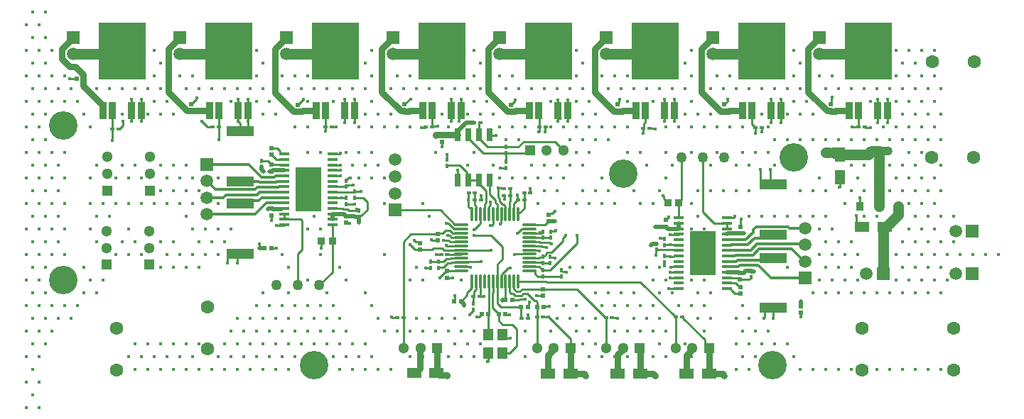
<source format=gtl>
G04*
G04 #@! TF.GenerationSoftware,Altium Limited,Altium Designer,23.4.1 (23)*
G04*
G04 Layer_Physical_Order=1*
G04 Layer_Color=255*
%FSLAX44Y44*%
%MOMM*%
G71*
G04*
G04 #@! TF.SameCoordinates,69872263-788E-4E38-85BF-5BAD4D7AD8B8*
G04*
G04*
G04 #@! TF.FilePolarity,Positive*
G04*
G01*
G75*
%ADD12C,0.2540*%
G04:AMPARAMS|DCode=17|XSize=3.1mm|YSize=5.18mm|CornerRadius=0.0465mm|HoleSize=0mm|Usage=FLASHONLY|Rotation=180.000|XOffset=0mm|YOffset=0mm|HoleType=Round|Shape=RoundedRectangle|*
%AMROUNDEDRECTD17*
21,1,3.1000,5.0870,0,0,180.0*
21,1,3.0070,5.1800,0,0,180.0*
1,1,0.0930,-1.5035,2.5435*
1,1,0.0930,1.5035,2.5435*
1,1,0.0930,1.5035,-2.5435*
1,1,0.0930,-1.5035,-2.5435*
%
%ADD17ROUNDEDRECTD17*%
G04:AMPARAMS|DCode=18|XSize=0.35mm|YSize=1.25mm|CornerRadius=0.0508mm|HoleSize=0mm|Usage=FLASHONLY|Rotation=270.000|XOffset=0mm|YOffset=0mm|HoleType=Round|Shape=RoundedRectangle|*
%AMROUNDEDRECTD18*
21,1,0.3500,1.1485,0,0,270.0*
21,1,0.2485,1.2500,0,0,270.0*
1,1,0.1015,-0.5743,-0.1243*
1,1,0.1015,-0.5743,0.1243*
1,1,0.1015,0.5743,0.1243*
1,1,0.1015,0.5743,-0.1243*
%
%ADD18ROUNDEDRECTD18*%
%ADD19O,0.3000X1.8000*%
%ADD20O,1.8000X0.3000*%
%ADD21R,0.5200X0.5200*%
%ADD22R,5.6500X6.8000*%
%ADD23R,0.8500X2.0500*%
%ADD24R,0.4500X0.5000*%
%ADD25R,0.5000X0.4500*%
%ADD26R,0.5200X0.5200*%
%ADD27R,0.8500X0.9000*%
%ADD28R,1.2000X1.4000*%
%ADD29R,0.8721X1.0043*%
G04:AMPARAMS|DCode=30|XSize=1.0043mm|YSize=0.8721mm|CornerRadius=0.4361mm|HoleSize=0mm|Usage=FLASHONLY|Rotation=90.000|XOffset=0mm|YOffset=0mm|HoleType=Round|Shape=RoundedRectangle|*
%AMROUNDEDRECTD30*
21,1,1.0043,0.0000,0,0,90.0*
21,1,0.1322,0.8721,0,0,90.0*
1,1,0.8721,0.0000,0.0661*
1,1,0.8721,0.0000,-0.0661*
1,1,0.8721,0.0000,-0.0661*
1,1,0.8721,0.0000,0.0661*
%
%ADD30ROUNDEDRECTD30*%
G04:AMPARAMS|DCode=31|XSize=1.0043mm|YSize=3.1821mm|CornerRadius=0.4369mm|HoleSize=0mm|Usage=FLASHONLY|Rotation=90.000|XOffset=0mm|YOffset=0mm|HoleType=Round|Shape=RoundedRectangle|*
%AMROUNDEDRECTD31*
21,1,1.0043,2.3084,0,0,90.0*
21,1,0.1306,3.1821,0,0,90.0*
1,1,0.8737,1.1542,0.0653*
1,1,0.8737,1.1542,-0.0653*
1,1,0.8737,-1.1542,-0.0653*
1,1,0.8737,-1.1542,0.0653*
%
%ADD31ROUNDEDRECTD31*%
%ADD32R,1.3000X1.7000*%
%ADD33R,1.7000X1.3000*%
%ADD34R,3.3000X1.2500*%
%ADD35R,0.6500X1.5250*%
%ADD57C,3.4000*%
%ADD59C,0.5080*%
%ADD60C,1.2700*%
%ADD61C,0.7620*%
%ADD62C,0.3556*%
%ADD63C,1.6000*%
%ADD64C,1.2690*%
%ADD65C,1.3000*%
%ADD66R,1.3000X1.3000*%
%ADD67R,1.3000X1.3000*%
%ADD68C,1.5000*%
%ADD69R,1.5000X1.5000*%
%ADD70R,1.5000X1.5000*%
%ADD71C,0.4000*%
%ADD72C,0.5000*%
D12*
X644870Y168890D02*
X645180D01*
X649404Y168238D02*
X649683Y167959D01*
X643890Y169870D02*
Y170120D01*
X645832Y168238D02*
X649404D01*
X643890Y169870D02*
X644870Y168890D01*
X645180D02*
X645832Y168238D01*
X995270Y227480D02*
Y235521D01*
X995125Y235665D02*
X995270Y235521D01*
X655000Y77050D02*
Y87950D01*
X628650Y114300D02*
X655000Y87950D01*
X628650Y236600D02*
X629980Y237930D01*
X633411D01*
X635964Y240482D01*
X636359D01*
X631392Y216272D02*
X632067Y216948D01*
X637267D01*
X637547Y217227D01*
X771780Y233680D02*
X772160D01*
X768350Y230250D02*
X771780Y233680D01*
X965200Y368300D02*
X966191Y369291D01*
Y376911D01*
X966470Y377190D01*
X391421Y226339D02*
X391700Y226060D01*
X387961Y226339D02*
X391421D01*
X387350Y226950D02*
X387961Y226339D01*
X445770Y241940D02*
X499953D01*
X391176Y241566D02*
X400268D01*
X469558Y194652D02*
X476003D01*
X463550Y200660D02*
X469558Y194652D01*
X468630Y205821D02*
X469025D01*
X470864Y203982D01*
X401859Y242796D02*
X402109D01*
X403089Y241566D02*
Y241816D01*
X402109Y242796D02*
X403089Y241816D01*
X400547Y243092D02*
X401562D01*
X400268Y243371D02*
X400547Y243092D01*
X401562D02*
X401859Y242796D01*
X289560Y287620D02*
X289814Y287874D01*
X284550Y196921D02*
Y201258D01*
X284621Y201329D01*
X598953Y323850D02*
X636217D01*
X646779Y313288D01*
X577850Y317500D02*
X592603D01*
X598953Y323850D01*
X546100Y327545D02*
Y331920D01*
Y327545D02*
X556145Y317500D01*
X577850D01*
X788050Y114282D02*
X788300D01*
X789280Y113302D01*
Y113052D02*
Y113302D01*
Y113052D02*
X814870Y87462D01*
Y82280D02*
Y87462D01*
Y82280D02*
X820100Y77050D01*
X560260Y211900D02*
X574040Y198120D01*
X539750Y211900D02*
X560260D01*
X499953Y241940D02*
X517543Y224350D01*
X524650D01*
X547562Y237262D02*
X547650Y237350D01*
X547562Y226252D02*
Y237262D01*
X539750Y218440D02*
X547562Y226252D01*
X515989Y219438D02*
X524562D01*
X524650Y219350D01*
X509647Y225781D02*
X515989Y219438D01*
X507009Y225781D02*
X509647D01*
X506730Y226060D02*
X507009Y225781D01*
X567650Y156350D02*
Y177217D01*
X574040Y183607D01*
Y198120D01*
X516835Y133485D02*
Y139645D01*
X516970Y139780D01*
X516700Y133350D02*
X516835Y133485D01*
X605590Y189290D02*
X605650Y189350D01*
X588070Y189290D02*
X605590D01*
X588010Y189230D02*
X588070Y189290D01*
X572562Y237262D02*
X572650Y237350D01*
X572562Y226569D02*
Y237262D01*
X571339Y225346D02*
X572562Y226569D01*
X571339Y224951D02*
Y225346D01*
X560767Y223799D02*
X562650Y225682D01*
X559719Y223520D02*
X559999Y223799D01*
X560767D01*
X562650Y225682D02*
Y237350D01*
X524670Y194330D02*
X560590D01*
X560610Y194310D01*
X548482Y254215D02*
X548740Y253957D01*
X554034Y250550D02*
Y265371D01*
X548482Y254215D02*
Y258808D01*
X548224Y259066D02*
X548482Y258808D01*
X552650Y249166D02*
X554034Y250550D01*
X559565Y248415D02*
Y251181D01*
X557738Y246588D02*
X559565Y248415D01*
X557738Y237438D02*
Y246588D01*
X559565Y251181D02*
X559844Y251460D01*
X557650Y237350D02*
X557738Y237438D01*
X568806Y257180D02*
Y268344D01*
X546100Y273305D02*
X554034Y265371D01*
X565654Y250681D02*
Y253867D01*
X568806Y257180D02*
X570226Y255760D01*
Y252575D02*
X573657Y249144D01*
X565654Y250681D02*
X567562Y248773D01*
X559022Y260499D02*
X565654Y253867D01*
X570226Y252575D02*
Y255760D01*
X559022Y260499D02*
Y264785D01*
X547186Y138557D02*
X551752D01*
X508000Y161100D02*
X514160D01*
X514350Y161290D01*
X497900Y214553D02*
X502980D01*
X508382Y211634D02*
X508661Y211355D01*
X496570Y213219D02*
Y213223D01*
X511278Y217444D02*
X514284Y214438D01*
X496570Y213223D02*
X497900Y214553D01*
X505871Y217444D02*
X511278D01*
X502980Y214553D02*
X505871Y217444D01*
X508661Y211355D02*
X510901D01*
X514284Y214438D02*
X524562D01*
X371650Y289450D02*
X380890D01*
X381000Y289560D01*
X58443Y398757D02*
X66488D01*
X58420Y398780D02*
X58443Y398757D01*
X202774Y368558D02*
X209550Y375334D01*
Y375920D01*
X329768Y367697D02*
X336550Y374479D01*
Y374650D01*
X457200Y368300D02*
X463550Y374650D01*
X464820D01*
X584430Y367809D02*
X589280Y372659D01*
Y373380D01*
X711200Y368300D02*
X712530Y369630D01*
Y373440D01*
X713740Y374650D01*
X838200Y368300D02*
X842010Y372110D01*
Y374650D01*
X812800Y240030D02*
X826580Y226250D01*
X841550D01*
X812800Y240030D02*
Y304800D01*
X771065Y250524D02*
Y250774D01*
X765864Y255974D02*
X771065Y250774D01*
X765864Y255974D02*
Y259026D01*
X765585Y259305D02*
X765864Y259026D01*
X784050Y250509D02*
X784065Y250524D01*
X784050Y232750D02*
Y250509D01*
X787400Y254109D02*
Y304800D01*
X784065Y250774D02*
X787400Y254109D01*
X784065Y250524D02*
Y250774D01*
X841550Y219750D02*
Y226250D01*
X857250Y222250D02*
Y229870D01*
X858520Y231140D01*
X841550Y232750D02*
X842030Y233230D01*
X849180D01*
X850900Y234950D01*
X772500Y148250D02*
X784050D01*
X772160Y148590D02*
X772500Y148250D01*
X773470Y161250D02*
X784050D01*
X773430Y161290D02*
X773470Y161250D01*
X773540Y167750D02*
X784050D01*
X773430Y167640D02*
X773540Y167750D01*
X622457Y114282D02*
X628632D01*
X628650Y114300D01*
X704624Y113483D02*
X710747D01*
X711200Y113030D01*
X532985Y180061D02*
X548361D01*
X548640Y180340D01*
X532275Y179350D02*
X532985Y180061D01*
X524650Y174350D02*
X524738Y174262D01*
X535737D01*
X524650Y179350D02*
X532275D01*
X535737Y174262D02*
X535971Y174028D01*
X508539Y178791D02*
X513315D01*
X512321Y184262D02*
X524562D01*
X513315Y178791D02*
X513787Y179262D01*
X498820Y174010D02*
X503759D01*
X508539Y178791D01*
X497840Y180280D02*
X503563D01*
X511836Y183778D02*
X512321Y184262D01*
X503563Y180280D02*
X507061Y183778D01*
X511836D01*
X605562Y219262D02*
X605650Y219350D01*
X596452Y219262D02*
X605562D01*
X591820Y214630D02*
X596452Y219262D01*
X575370Y258863D02*
Y259080D01*
X573657Y249144D02*
X574429D01*
X576133Y254884D02*
Y258100D01*
Y254884D02*
X576413Y254605D01*
X575370Y258863D02*
X576133Y258100D01*
X574429Y249144D02*
X577562Y246011D01*
Y237438D02*
Y246011D01*
X567562Y237438D02*
Y248773D01*
X582570Y252090D02*
X582870Y252390D01*
Y259080D01*
X587650Y237350D02*
Y249488D01*
X592053Y253891D01*
X582870Y259080D02*
Y267970D01*
X582570Y237350D02*
Y252090D01*
X294269Y300930D02*
X299071Y296128D01*
X287020Y300930D02*
X294269D01*
X314061Y296039D02*
X314150Y295950D01*
X299160Y296039D02*
X314061D01*
X299071Y296128D02*
X299160Y296039D01*
X387350Y249000D02*
X396814D01*
X397115Y249301D02*
X397510D01*
X396814Y249000D02*
X397115Y249301D01*
X371650Y243950D02*
X383699D01*
X384357Y243292D01*
X389450D01*
X391176Y241566D01*
X403089Y234066D02*
Y234316D01*
X404069Y235296D01*
X405520D01*
X412750Y242526D01*
Y251460D01*
X397397Y256341D02*
X407869D01*
X412750Y251460D01*
X387350Y277300D02*
Y277550D01*
X390470Y280670D01*
X392430D01*
X371650Y282950D02*
X380740D01*
X381000Y283210D01*
X371650Y295950D02*
X380960D01*
X381000Y295910D01*
X371650Y308950D02*
X372130Y309430D01*
X380550D01*
X381000Y309880D01*
X501650Y317500D02*
Y323850D01*
X508000Y302200D02*
Y308610D01*
X531420Y279660D02*
X533400Y277680D01*
X523107Y295370D02*
X531420Y287057D01*
X515691Y295370D02*
X523107D01*
X515577Y295256D02*
X515691Y295370D01*
X531420Y279660D02*
Y287057D01*
X507181Y295256D02*
X515577D01*
X520700Y277680D02*
Y289560D01*
X546100Y273305D02*
Y277680D01*
X558800Y265007D02*
X559022Y264785D01*
X552650Y237350D02*
Y249166D01*
X558800Y265007D02*
Y277680D01*
X533400D02*
X546100D01*
X567562Y237438D02*
X567650Y237350D01*
X558800Y331920D02*
X559250Y331470D01*
X566420D01*
X571500Y292100D02*
X577850D01*
X550945Y310000D02*
X577850D01*
X533400Y327545D02*
X550945Y310000D01*
X533400Y327545D02*
Y331920D01*
X577850Y310000D02*
X603491D01*
X606779Y313288D01*
X577850Y299600D02*
Y310000D01*
X546100Y331920D02*
Y345630D01*
X547180Y346710D01*
X547430D01*
X856803Y159002D02*
X867788D01*
X870129Y161342D01*
Y161592D01*
X841550Y161250D02*
X854554D01*
X856803Y159002D01*
X850624Y142050D02*
X857250D01*
X846530Y146144D02*
X850624Y142050D01*
X841550Y148250D02*
X846050D01*
X846530Y147770D01*
Y146144D02*
Y147770D01*
X841550Y154750D02*
X851610D01*
X854980Y151380D01*
X855920D01*
X857250Y150050D01*
X929640Y114300D02*
Y119190D01*
X896620Y113030D02*
Y124940D01*
X886460Y114300D02*
Y119960D01*
X885190Y113030D02*
X886460Y114300D01*
X891440Y124940D02*
X896620D01*
X886460Y119960D02*
X891440Y124940D01*
X892810Y276380D02*
X896620Y272570D01*
X892810Y276380D02*
Y290830D01*
X886370Y272570D02*
X896620D01*
X881390Y277550D02*
X886370Y272570D01*
X881390Y277550D02*
Y290820D01*
X881380Y290830D02*
X881390Y290820D01*
X975769Y269649D02*
Y281131D01*
X975360Y269240D02*
X975769Y269649D01*
X1000500Y222250D02*
X1002500D01*
X995270Y227480D02*
X1000500Y222250D01*
X999450Y246450D02*
Y256500D01*
X999490Y256540D01*
X304693Y302450D02*
X314150D01*
X299073Y308070D02*
X304693Y302450D01*
X299073Y316070D02*
X305483D01*
X309170Y312383D01*
Y309430D02*
Y312383D01*
Y309430D02*
X309650Y308950D01*
X314150D01*
Y230950D02*
X333792D01*
X330200Y152400D02*
Y189764D01*
X335280Y194844D01*
Y229462D01*
X333792Y230950D02*
X335280Y229462D01*
X314150Y230950D02*
Y237450D01*
X298450Y196850D02*
X304800D01*
X298347Y229973D02*
Y235631D01*
Y229973D02*
X298450Y229870D01*
X313670Y223970D02*
X314150Y224450D01*
X305250Y223970D02*
X313670D01*
X304800Y223520D02*
X305250Y223970D01*
X355600Y152400D02*
X371122Y167922D01*
Y204999D01*
Y223970D01*
X371602Y224450D01*
X371650D01*
X358122Y204999D02*
X358140Y204980D01*
Y196850D02*
Y204980D01*
X474673Y203982D02*
X476003Y202652D01*
X470864Y203982D02*
X474673D01*
X495300Y189230D02*
X495504Y189026D01*
X500475D02*
X500679Y188822D01*
X495504Y189026D02*
X500475D01*
X600788Y135412D02*
X600874Y135497D01*
X594605Y135412D02*
X600788D01*
X593813Y134620D02*
X594605Y135412D01*
X586990Y134620D02*
X593813D01*
X586722Y142240D02*
X588978Y139984D01*
X603847Y142240D02*
X612197Y133890D01*
X590871Y144556D02*
X594429D01*
X587738Y147689D02*
X590871Y144556D01*
X584200Y142240D02*
X586722D01*
X597573Y147700D02*
X622300D01*
X596322Y139984D02*
X598578Y142240D01*
X588978Y139984D02*
X596322D01*
X594429Y144556D02*
X597573Y147700D01*
X598578Y142240D02*
X603847D01*
X567650Y130850D02*
X572397Y126103D01*
X567650Y130850D02*
Y156350D01*
X572397Y126103D02*
X596014D01*
X569487Y109964D02*
Y117975D01*
X562356Y125106D02*
X569487Y117975D01*
X562356Y125106D02*
Y143222D01*
X582650Y156350D02*
X582738Y156262D01*
Y143702D02*
Y156262D01*
Y143702D02*
X584200Y142240D01*
X587738Y147689D02*
Y156262D01*
X596014Y126103D02*
X596254Y125863D01*
X612197Y133890D02*
X613552D01*
X615040Y132402D01*
Y126369D02*
Y132402D01*
X614680Y139700D02*
X622300D01*
X614957Y114282D02*
X614998Y114324D01*
Y126328D01*
X615040Y126369D01*
X614978Y77071D02*
X615000Y77050D01*
X614978Y77071D02*
Y114261D01*
X614957Y114282D02*
X614978Y114261D01*
X603994Y112510D02*
X604257Y112773D01*
Y116577D01*
X604520Y116840D01*
X577486Y117975D02*
X578508Y116954D01*
X581880D01*
X582160Y116674D01*
X596254Y112750D02*
X596494Y112510D01*
X596254Y112750D02*
Y125863D01*
X468536Y47461D02*
X470536D01*
X475766Y52691D01*
Y76566D02*
X476250Y77050D01*
X547003Y138741D02*
X547186Y138557D01*
X573650Y71550D02*
X582090D01*
X590550Y80010D01*
Y100330D01*
X574040Y105410D02*
X585470D01*
X590550Y100330D01*
X569487Y109964D02*
X574040Y105410D01*
X562650Y143516D02*
Y156350D01*
X562356Y143222D02*
X562650Y143516D01*
X557040Y93940D02*
Y117768D01*
X556650Y93550D02*
X557040Y93940D01*
X557562Y156262D02*
X557650Y156350D01*
X557562Y118290D02*
Y156262D01*
X557040Y117768D02*
X557562Y118290D01*
X556650Y61350D02*
Y71550D01*
X556260Y60960D02*
X556650Y61350D01*
X573650Y93550D02*
X578300Y88900D01*
X582930D01*
X542562Y156262D02*
X542650Y156350D01*
X540066Y144801D02*
X542562Y147296D01*
Y156262D01*
X539386Y138624D02*
X540066Y139305D01*
X547003Y138741D02*
X547650Y139388D01*
Y156350D01*
X540066Y139305D02*
Y144801D01*
X539270Y130086D02*
X539386Y130202D01*
Y138624D01*
X539270Y122336D02*
Y122586D01*
X534670Y117736D02*
X539270Y122336D01*
X534670Y116840D02*
Y117736D01*
X545572Y114300D02*
X549040Y117768D01*
X543560Y114300D02*
X545572D01*
X572650Y156350D02*
X572738Y156438D01*
Y165011D01*
X580447Y172720D01*
X582930D01*
X623040Y126369D02*
X623670Y127000D01*
X629920D01*
X604014Y126103D02*
X605344Y127433D01*
Y131239D01*
X605790Y131685D01*
Y132080D01*
X697124Y113483D02*
X697337Y113270D01*
Y77263D02*
Y113270D01*
Y77263D02*
X697550Y77050D01*
X622300Y147700D02*
X662657D01*
X696874Y113483D01*
X697124D01*
X587650Y156350D02*
X587738Y156262D01*
X780325Y114057D02*
X780550Y114282D01*
X780325Y77275D02*
Y114057D01*
X780100Y77050D02*
X780325Y77275D01*
X738372Y156210D02*
X780300Y114282D01*
X626110Y156210D02*
X738372D01*
X592650Y156350D02*
X625970D01*
X626110Y156210D01*
X617094Y198895D02*
X620620D01*
X605650Y199350D02*
X616639D01*
X617094Y198895D01*
X620620D02*
X621562Y197953D01*
X618988Y203467D02*
X625803D01*
X618105Y204350D02*
X618988Y203467D01*
X616641Y194262D02*
X617818Y193085D01*
X618213D01*
X621562Y197953D02*
X625960D01*
X605738Y194262D02*
X616641D01*
X767080Y175260D02*
Y179692D01*
X767288Y179900D01*
X783920Y174120D02*
X784050Y174250D01*
X774830Y174120D02*
X783920D01*
X774700Y173990D02*
X774830Y174120D01*
X767288Y187400D02*
X767719Y186969D01*
X773151D01*
X773430Y186690D01*
X783570Y186770D02*
X784050Y187250D01*
X778110Y186770D02*
X783570D01*
X778030Y186690D02*
X778110Y186770D01*
X773430Y186690D02*
X778030D01*
X630847Y186115D02*
Y186365D01*
Y186115D02*
X631827Y185135D01*
X635338D01*
X636120Y184353D01*
X636515D01*
X625960Y197953D02*
X626239Y197673D01*
X625819Y203483D02*
X627980D01*
X625803Y203467D02*
X625819Y203483D01*
X605650Y194350D02*
X605738Y194262D01*
X605650Y204350D02*
X618105D01*
X622890Y187512D02*
X624315D01*
X625803Y189000D01*
Y190022D02*
X627440Y191659D01*
X625803Y189000D02*
Y190022D01*
X627440Y191659D02*
X632349D01*
X621910Y186532D02*
X622890Y187512D01*
X757226Y194458D02*
X778842D01*
X779550Y193750D01*
X784050D01*
X757073Y194305D02*
X757226Y194458D01*
X757073Y188113D02*
Y194305D01*
X756920Y187960D02*
X757073Y188113D01*
X630075Y203478D02*
X631821Y201732D01*
X632216D01*
X627985Y203478D02*
X630075D01*
X627980Y203483D02*
X627985Y203478D01*
X662940Y202257D02*
Y211933D01*
X663084Y212077D01*
X524650Y194350D02*
X524670Y194330D01*
X524562Y194262D02*
X524650Y194350D01*
X632349Y191659D02*
X645881Y205191D01*
X648970Y211719D02*
Y212114D01*
X645881Y205191D02*
Y208630D01*
X648970Y211719D01*
X783749Y212949D02*
X784050Y213250D01*
X773672Y212949D02*
X783749D01*
X773392Y212670D02*
X773672Y212949D01*
X762000Y208280D02*
X766779D01*
X767288Y207771D01*
X783845Y200455D02*
X784050Y200250D01*
X773635Y200455D02*
X783845D01*
X773430Y200660D02*
X773635Y200455D01*
X767288Y200271D02*
X767483Y200465D01*
X773235D01*
X773430Y200660D01*
X630951Y170268D02*
X662940Y202257D01*
X621910Y170268D02*
X630951D01*
X621952Y162726D02*
X643890D01*
X617641Y174350D02*
X620492Y171498D01*
X605650Y174350D02*
X617641D01*
X387350Y269800D02*
Y270050D01*
X388330Y271030D01*
X388580D01*
X389330Y271780D01*
X396240D01*
X371650Y269950D02*
X371725Y269875D01*
X387275D01*
X387350Y269800D01*
X397397Y263841D02*
X397557Y264001D01*
X404971D01*
X405130Y264160D01*
X371650Y263450D02*
X371846Y263646D01*
X397202D01*
X397397Y263841D01*
X382270Y256725D02*
X387125D01*
X371875D02*
X382270D01*
X371650Y256950D02*
X371875Y256725D01*
X387125D02*
X387350Y256500D01*
X513787Y179262D02*
X524562D01*
X524650Y179350D01*
X510901Y211355D02*
X512906Y209350D01*
X524562Y214438D02*
X524650Y214350D01*
X512906Y209350D02*
X524650D01*
X465038Y213219D02*
X496570D01*
X503710Y205824D02*
X509966D01*
X511440Y204350D01*
X524650D01*
X507762Y199350D02*
X524650D01*
X507101Y200011D02*
X507762Y199350D01*
X506706Y200011D02*
X507101D01*
X489965Y194652D02*
X492163Y196850D01*
X501650D02*
X504299Y194201D01*
X492163Y196850D02*
X501650D01*
X504299Y194201D02*
X514897D01*
X476003Y194652D02*
X489965D01*
X514958Y194262D02*
X524562D01*
X514897Y194201D02*
X514958Y194262D01*
X489248Y206039D02*
X496081D01*
X488968Y206318D02*
X489248Y206039D01*
X496081D02*
X496570Y205550D01*
X442504Y113756D02*
X448672D01*
X441960Y114300D02*
X442504Y113756D01*
X456172D02*
X456211Y113717D01*
Y77089D02*
Y113717D01*
Y77089D02*
X456250Y77050D01*
X456172Y113756D02*
Y204354D01*
X465038Y213219D01*
X488408Y172720D02*
X488472Y172784D01*
X482600Y172720D02*
X488408D01*
X508179Y188822D02*
X508619Y189262D01*
X524562D01*
X524650Y189350D01*
X524562Y184262D02*
X524650Y184350D01*
X488472Y180284D02*
X488474Y180282D01*
X497838D01*
X497840Y180280D01*
X251370Y189710D02*
X261620D01*
X246390Y184730D02*
X251370Y189710D01*
X246390Y179080D02*
Y184730D01*
X246380Y179070D02*
X246390Y179080D01*
X257810Y179070D02*
Y185900D01*
X261620Y189710D01*
X121920Y343123D02*
Y347980D01*
X116974Y338426D02*
X117224D01*
X121920Y343123D01*
X143450Y348040D02*
Y360800D01*
Y348040D02*
X143510Y347980D01*
X132050Y348010D02*
Y360800D01*
Y348010D02*
X132080Y347980D01*
X143450Y360800D02*
Y374590D01*
X143510Y374650D01*
X132050Y360800D02*
Y374620D01*
X132080Y374650D01*
X215900Y347980D02*
X222312Y341568D01*
X215900Y347980D02*
Y348170D01*
X222312Y341568D02*
X228783D01*
X261620Y336070D02*
X265530D01*
X270510Y341050D01*
Y347980D01*
X261620Y336070D02*
Y345440D01*
X259080Y347980D02*
X261620Y345440D01*
X270450Y348040D02*
Y360800D01*
Y348040D02*
X270510Y347980D01*
X259050Y360800D02*
X259080Y360770D01*
Y347980D02*
Y360770D01*
X270450Y360800D02*
X270510Y360860D01*
Y374650D01*
X259050Y360800D02*
X259080Y360830D01*
Y374650D01*
X370312Y341176D02*
X370766Y341630D01*
X375920D01*
X386080Y346710D02*
Y360770D01*
X386050Y360800D02*
X386080Y360770D01*
X386050Y360800D02*
X386080Y360830D01*
Y374650D01*
X397450Y360800D02*
X397510Y360740D01*
Y346710D02*
Y360740D01*
X397450Y360800D02*
Y374590D01*
X397510Y374650D01*
X521970Y347980D02*
Y358320D01*
X524510Y360860D01*
X481807Y340360D02*
X482595Y341148D01*
X477520Y340360D02*
X481807D01*
X513050Y348010D02*
Y360800D01*
Y348010D02*
X513080Y347980D01*
X513050Y360800D02*
X513080Y360830D01*
Y374650D01*
X524510Y360860D02*
Y374650D01*
X748940Y339564D02*
X749177Y339327D01*
X755413D01*
X755650Y339090D01*
X767050Y348010D02*
Y360800D01*
Y348010D02*
X767080Y347980D01*
X767050Y360800D02*
X767080Y360830D01*
Y374650D01*
X778450Y360800D02*
X778510Y360740D01*
Y347980D02*
Y360740D01*
X778450Y360800D02*
Y374590D01*
X778510Y374650D01*
X882764Y335393D02*
Y340805D01*
X882650Y335280D02*
X882764Y335393D01*
X894050Y360800D02*
X894080Y360770D01*
Y346710D02*
Y360770D01*
X894050Y360800D02*
X894080Y360830D01*
Y374650D01*
X905450Y360800D02*
X905510Y360740D01*
Y346710D02*
Y360740D01*
X905450Y360800D02*
Y374590D01*
X905510Y374650D01*
X1005895Y341181D02*
X1006436Y340639D01*
X1011911D01*
X1012190Y340360D01*
X1021050Y346740D02*
Y360800D01*
Y346740D02*
X1021080Y346710D01*
X1021050Y360800D02*
Y374620D01*
X1021080Y374650D01*
X1032450Y360800D02*
X1032510Y360740D01*
Y346710D02*
Y360740D01*
X1032450Y360800D02*
Y374590D01*
X1032510Y374650D01*
X621910Y162768D02*
X621952Y162726D01*
X605650Y169350D02*
X613026D01*
X613238Y169137D01*
Y165381D02*
Y169137D01*
Y165381D02*
X615850Y162768D01*
X621910D01*
X741440Y334250D02*
Y339564D01*
Y334250D02*
X741680Y334010D01*
X991049Y341181D02*
X998395D01*
X990600Y341630D02*
X991049Y341181D01*
X998250Y360800D02*
X998395Y360655D01*
Y341181D02*
Y360655D01*
X621910Y178782D02*
X621952Y178823D01*
X630805D01*
X630847Y178865D01*
X605650Y179350D02*
X605738Y179262D01*
X621430D01*
X621910Y178782D01*
X620930Y185182D02*
X621910Y186162D01*
X605650Y184350D02*
X617120D01*
X617952Y185182D01*
X620930D01*
X621910Y186162D02*
Y186532D01*
X875264Y334244D02*
Y340805D01*
X875030Y334010D02*
X875264Y334244D01*
X871250Y344568D02*
Y360800D01*
Y344568D02*
X875014Y340805D01*
X875264D01*
X537650Y237350D02*
Y244305D01*
X537438Y244517D02*
X537650Y244305D01*
X534888Y244517D02*
X537438D01*
X533400Y246005D02*
X534888Y244517D01*
X533400Y246005D02*
Y254000D01*
X541252Y248070D02*
Y262544D01*
Y248070D02*
X542562Y246760D01*
Y237438D02*
Y246760D01*
Y237438D02*
X542650Y237350D01*
X577562Y237438D02*
X577650Y237350D01*
X621806Y209350D02*
X622396Y208761D01*
X605650Y209350D02*
X621806D01*
X622396Y208761D02*
X622401Y208767D01*
X631386D01*
X631392Y208772D01*
X605650Y214350D02*
X605738Y214438D01*
X617022D02*
X618056Y215473D01*
X618452D01*
X605738Y214438D02*
X617022D01*
X618791Y214629D02*
X620764D01*
X622396Y216011D02*
Y216261D01*
X621415Y215031D02*
X622396Y216011D01*
X621166Y215031D02*
X621415D01*
X620764Y214629D02*
X621166Y215031D01*
X744250Y346740D02*
Y360800D01*
X742670Y345160D02*
X744250Y346740D01*
X742670Y340544D02*
Y345160D01*
X651450Y348040D02*
Y360800D01*
Y348040D02*
X651510Y347980D01*
X651450Y360800D02*
X651510Y360860D01*
Y373380D01*
X640050Y360800D02*
X640080Y360830D01*
Y373380D01*
Y351820D02*
X643030D01*
X640080Y347980D02*
Y351820D01*
X640050Y354800D02*
X643030Y351820D01*
X640050Y354800D02*
Y360800D01*
X624996Y341355D02*
X625152Y341511D01*
X624996Y335436D02*
Y341355D01*
X624840Y335280D02*
X624996Y335436D01*
X592053Y253891D02*
Y260117D01*
X591820Y260350D02*
X592053Y260117D01*
X617652Y335712D02*
Y341511D01*
X617220Y335280D02*
X617652Y335712D01*
X617250Y360800D02*
X617652Y360398D01*
Y341511D02*
Y360398D01*
X607136Y262816D02*
X607212Y262740D01*
X607136Y262816D02*
Y267894D01*
X607060Y267970D02*
X607136Y267894D01*
X599787Y244187D02*
Y253875D01*
X594360Y238760D02*
X599787Y244187D01*
X599712Y262740D02*
X599749Y262703D01*
Y253912D02*
Y262703D01*
Y253912D02*
X599787Y253875D01*
X575183Y268157D02*
X575370Y267970D01*
X568993Y268157D02*
X575183D01*
X568806Y268344D02*
X568993Y268157D01*
X490095Y341148D02*
X490702Y341755D01*
X496392D01*
X496671Y342035D01*
X490095Y341148D02*
Y360645D01*
X490250Y360800D01*
X533576Y262367D02*
X533752Y262544D01*
X533576Y254176D02*
Y262367D01*
X533400Y254000D02*
X533576Y254176D01*
X363220Y336550D02*
Y340768D01*
X362812Y341176D02*
X363220Y340768D01*
X362812Y360362D02*
X363250Y360800D01*
X362812Y341176D02*
Y360362D01*
X236283Y326453D02*
Y360767D01*
X236220Y326390D02*
X236283Y326453D01*
X497840Y172780D02*
Y173030D01*
X498820Y174010D01*
X516776Y169100D02*
X517025Y169350D01*
X508000Y169100D02*
X516776D01*
X236250Y360800D02*
X236283Y360767D01*
X109474Y325374D02*
Y338426D01*
X109220Y325120D02*
X109474Y325374D01*
Y338426D02*
Y360576D01*
X109250Y360800D02*
X109474Y360576D01*
X577562Y156262D02*
X577650Y156350D01*
X577562Y137971D02*
Y156262D01*
X577153Y137561D02*
X577562Y137971D01*
X499110Y161361D02*
X505519Y167770D01*
X506670D02*
X508000Y169100D01*
X505519Y167770D02*
X506670D01*
X517025Y169350D02*
X524650D01*
X537650Y148850D02*
Y156350D01*
X531796Y142996D02*
X537650Y148850D01*
X531796Y140446D02*
Y142996D01*
X524700Y133350D02*
X531796Y140446D01*
X624400Y224350D02*
X628650Y228600D01*
X605650Y224350D02*
X624400D01*
D17*
X812800Y190500D02*
D03*
X342900Y266700D02*
D03*
D18*
X784050Y232750D02*
D03*
Y226250D02*
D03*
Y219750D02*
D03*
Y213250D02*
D03*
Y206750D02*
D03*
Y200250D02*
D03*
Y193750D02*
D03*
Y187250D02*
D03*
Y180750D02*
D03*
Y174250D02*
D03*
Y167750D02*
D03*
Y161250D02*
D03*
Y154750D02*
D03*
Y148250D02*
D03*
X841550Y232750D02*
D03*
Y226250D02*
D03*
Y219750D02*
D03*
Y213250D02*
D03*
Y206750D02*
D03*
Y200250D02*
D03*
Y193750D02*
D03*
Y187250D02*
D03*
Y180750D02*
D03*
Y174250D02*
D03*
Y167750D02*
D03*
Y161250D02*
D03*
Y154750D02*
D03*
Y148250D02*
D03*
X314150Y308950D02*
D03*
Y302450D02*
D03*
Y295950D02*
D03*
Y289450D02*
D03*
Y282950D02*
D03*
Y276450D02*
D03*
Y269950D02*
D03*
Y263450D02*
D03*
Y256950D02*
D03*
Y250450D02*
D03*
Y243950D02*
D03*
Y237450D02*
D03*
Y230950D02*
D03*
Y224450D02*
D03*
X371650Y308950D02*
D03*
Y302450D02*
D03*
Y295950D02*
D03*
Y289450D02*
D03*
Y282950D02*
D03*
Y276450D02*
D03*
Y269950D02*
D03*
Y263450D02*
D03*
Y256950D02*
D03*
Y250450D02*
D03*
Y243950D02*
D03*
Y237450D02*
D03*
Y230950D02*
D03*
Y224450D02*
D03*
D19*
X537650Y156350D02*
D03*
X542650D02*
D03*
X547650D02*
D03*
X552650D02*
D03*
X557650D02*
D03*
X562650D02*
D03*
X567650D02*
D03*
X572650D02*
D03*
X577650D02*
D03*
X582650D02*
D03*
X587650D02*
D03*
X592650D02*
D03*
Y237350D02*
D03*
X587650D02*
D03*
X582650D02*
D03*
X577650D02*
D03*
X572650D02*
D03*
X567650D02*
D03*
X562650D02*
D03*
X557650D02*
D03*
X552650D02*
D03*
X547650D02*
D03*
X542650D02*
D03*
X537650D02*
D03*
D20*
X605650Y169350D02*
D03*
Y174350D02*
D03*
Y179350D02*
D03*
Y184350D02*
D03*
Y189350D02*
D03*
Y194350D02*
D03*
Y199350D02*
D03*
Y204350D02*
D03*
Y209350D02*
D03*
Y214350D02*
D03*
Y219350D02*
D03*
Y224350D02*
D03*
X524650D02*
D03*
Y219350D02*
D03*
Y214350D02*
D03*
Y209350D02*
D03*
Y204350D02*
D03*
Y199350D02*
D03*
Y194350D02*
D03*
Y189350D02*
D03*
Y184350D02*
D03*
Y179350D02*
D03*
Y174350D02*
D03*
Y169350D02*
D03*
D21*
X929640Y127190D02*
D03*
Y119190D02*
D03*
X299071Y288128D02*
D03*
Y296128D02*
D03*
X476003Y194652D02*
D03*
Y202652D02*
D03*
X857250Y150050D02*
D03*
Y142050D02*
D03*
X856803Y167001D02*
D03*
Y159002D02*
D03*
X496570Y213550D02*
D03*
Y205550D02*
D03*
X622300Y147700D02*
D03*
Y139700D02*
D03*
X299073Y308070D02*
D03*
Y316070D02*
D03*
X508000Y161100D02*
D03*
Y169100D02*
D03*
X628650Y236600D02*
D03*
Y228600D02*
D03*
X298347Y235631D02*
D03*
Y243631D02*
D03*
X857250Y222250D02*
D03*
Y214250D02*
D03*
X768350Y222250D02*
D03*
Y230250D02*
D03*
X387350Y234950D02*
D03*
Y226950D02*
D03*
X501650Y331850D02*
D03*
Y323850D02*
D03*
X329768Y359697D02*
D03*
Y367697D02*
D03*
X202774Y368558D02*
D03*
Y360558D02*
D03*
X965200Y368300D02*
D03*
Y360300D02*
D03*
X838200Y368300D02*
D03*
Y360300D02*
D03*
X711200Y368300D02*
D03*
Y360300D02*
D03*
X584430Y367809D02*
D03*
Y359809D02*
D03*
X457200Y368300D02*
D03*
Y360300D02*
D03*
D22*
X247650Y431800D02*
D03*
X755650D02*
D03*
X628650D02*
D03*
X1009650D02*
D03*
X882650D02*
D03*
X120650D02*
D03*
X501650D02*
D03*
X374650D02*
D03*
D23*
X270450Y360800D02*
D03*
X259050D02*
D03*
X236250D02*
D03*
X224850D02*
D03*
X778450D02*
D03*
X767050D02*
D03*
X744250D02*
D03*
X732850D02*
D03*
X651450D02*
D03*
X640050D02*
D03*
X617250D02*
D03*
X605850D02*
D03*
X1032450D02*
D03*
X1021050D02*
D03*
X998250D02*
D03*
X986850D02*
D03*
X859850D02*
D03*
X871250D02*
D03*
X894050D02*
D03*
X905450D02*
D03*
X97850D02*
D03*
X109250D02*
D03*
X132050D02*
D03*
X143450D02*
D03*
X478850D02*
D03*
X490250D02*
D03*
X513050D02*
D03*
X524450D02*
D03*
X351850D02*
D03*
X363250D02*
D03*
X386050D02*
D03*
X397450D02*
D03*
D24*
X577850Y299600D02*
D03*
Y292100D02*
D03*
Y317500D02*
D03*
Y310000D02*
D03*
X508000Y302200D02*
D03*
Y294700D02*
D03*
X757226Y194458D02*
D03*
Y201958D02*
D03*
X767288Y187400D02*
D03*
Y179900D02*
D03*
Y200271D02*
D03*
Y207771D02*
D03*
X403089Y241566D02*
D03*
Y234066D02*
D03*
X631392Y216272D02*
D03*
Y208772D02*
D03*
X630847Y186365D02*
D03*
Y178865D02*
D03*
X643890Y170120D02*
D03*
Y162620D02*
D03*
X622396Y208761D02*
D03*
Y216261D02*
D03*
X397397Y263841D02*
D03*
Y256341D02*
D03*
X387350Y269800D02*
D03*
Y277300D02*
D03*
Y256500D02*
D03*
Y249000D02*
D03*
X497840Y180280D02*
D03*
Y172780D02*
D03*
X539270Y122586D02*
D03*
Y130086D02*
D03*
X488472Y172784D02*
D03*
Y180284D02*
D03*
X870129Y161592D02*
D03*
Y169092D02*
D03*
X287020Y300930D02*
D03*
Y293430D02*
D03*
X621910Y186282D02*
D03*
Y178782D02*
D03*
Y170268D02*
D03*
Y162768D02*
D03*
D25*
X748940Y339564D02*
D03*
X741440D02*
D03*
X625152Y341511D02*
D03*
X617652D02*
D03*
X882764Y340805D02*
D03*
X875264D02*
D03*
X1005895Y341181D02*
D03*
X998395D02*
D03*
X539930Y346710D02*
D03*
X547430D02*
D03*
X780550Y114282D02*
D03*
X788050D02*
D03*
X482595Y341148D02*
D03*
X490095D02*
D03*
X607212Y262740D02*
D03*
X599712D02*
D03*
X448672Y113756D02*
D03*
X456172D02*
D03*
X599787Y253875D02*
D03*
X592287D02*
D03*
X116974Y338426D02*
D03*
X109474D02*
D03*
X582870Y267970D02*
D03*
X575370D02*
D03*
X704624Y113483D02*
D03*
X697124D02*
D03*
X547003Y138741D02*
D03*
X539503D02*
D03*
X500679Y188822D02*
D03*
X508179D02*
D03*
X533752Y262544D02*
D03*
X541252D02*
D03*
X603994Y112510D02*
D03*
X596494D02*
D03*
X548740Y253957D02*
D03*
X541240D02*
D03*
X575370Y259080D02*
D03*
X582870D02*
D03*
X370312Y341176D02*
D03*
X362812D02*
D03*
X228783Y341568D02*
D03*
X236283D02*
D03*
X622457Y114282D02*
D03*
X614957D02*
D03*
D26*
X596014Y126103D02*
D03*
X604014D02*
D03*
X615040Y126369D02*
D03*
X623040D02*
D03*
X569487Y117975D02*
D03*
X577486D02*
D03*
X549040Y117768D02*
D03*
X557040D02*
D03*
X516700Y133350D02*
D03*
X524700D02*
D03*
X585660Y134620D02*
D03*
X577660D02*
D03*
X298450Y196850D02*
D03*
X290450D02*
D03*
X66488Y398757D02*
D03*
X74488D02*
D03*
D27*
X358122Y204999D02*
D03*
X371122D02*
D03*
X771065Y250524D02*
D03*
X784065D02*
D03*
D28*
X556650Y71550D02*
D03*
Y93550D02*
D03*
X573650D02*
D03*
Y71550D02*
D03*
D29*
X999450Y246450D02*
D03*
D30*
X1022350D02*
D03*
X1045250D02*
D03*
D31*
X1022350Y312350D02*
D03*
D32*
X975769Y281131D02*
D03*
Y308131D02*
D03*
D33*
X1002500Y222250D02*
D03*
X1029500D02*
D03*
X792892Y46424D02*
D03*
X819892D02*
D03*
X628096Y46645D02*
D03*
X655096D02*
D03*
X711110Y46438D02*
D03*
X738110D02*
D03*
X468536Y47461D02*
D03*
X495536D02*
D03*
D34*
X261620Y336070D02*
D03*
Y276070D02*
D03*
Y189710D02*
D03*
Y249710D02*
D03*
X896620Y272570D02*
D03*
Y212570D02*
D03*
Y124940D02*
D03*
Y184940D02*
D03*
D35*
X520700Y331920D02*
D03*
X533400D02*
D03*
X546100D02*
D03*
X558800D02*
D03*
Y277680D02*
D03*
X546100D02*
D03*
X533400D02*
D03*
X520700D02*
D03*
D57*
X717550Y285750D02*
D03*
X895350Y57150D02*
D03*
X920750Y304800D02*
D03*
X50800Y158750D02*
D03*
Y342900D02*
D03*
X349250Y57150D02*
D03*
D59*
X295910Y287620D02*
X296358Y288068D01*
X299011D02*
X300393Y289450D01*
X296358Y288068D02*
X299011D01*
X628650Y228600D02*
X636810D01*
X403089Y227829D02*
Y234066D01*
X402590Y227330D02*
X403089Y227829D01*
X284621Y196850D02*
X290450D01*
X287020Y290160D02*
Y293430D01*
Y290160D02*
X289560Y287620D01*
X528320Y128270D02*
Y129730D01*
X524700Y133350D02*
X528320Y129730D01*
X573492Y134219D02*
X573833Y134560D01*
X577600D01*
X577660Y134620D01*
X750570Y199930D02*
X752598Y201958D01*
X757226D01*
X929640Y127190D02*
Y133350D01*
X870129Y169092D02*
X870311Y168910D01*
X873760D01*
X298347Y243631D02*
X298407Y243571D01*
X300015D01*
X300322Y243264D01*
X310440D01*
X295566Y243571D02*
X298287D01*
X298347Y243631D01*
X294625Y242630D02*
X295566Y243571D01*
X841550Y167750D02*
X856054D01*
X856803Y167001D01*
X863623Y169092D02*
X870129D01*
X856803Y167001D02*
X856863Y167062D01*
X861593D01*
X863623Y169092D01*
X857310Y214310D02*
X862010D01*
X841550Y213250D02*
X842236Y213936D01*
X849500Y214250D02*
X857250D01*
X842236Y213936D02*
X849186D01*
X849500Y214250D01*
X387350Y234890D02*
X389018D01*
X520700Y331920D02*
Y336295D01*
X531115Y346710D01*
X539930D01*
X784050Y219750D02*
Y226250D01*
X768530Y222190D02*
X770970Y219750D01*
X784050D01*
X755650Y222250D02*
X768350D01*
X371650Y230950D02*
Y237450D01*
X397625Y234835D02*
X398394Y234066D01*
X371650Y237450D02*
X384735D01*
X387175Y235010D01*
X389073Y234835D02*
X397625D01*
X389018Y234890D02*
X389073Y234835D01*
X398394Y234066D02*
X403089D01*
X300393Y289450D02*
X314150D01*
X857250Y214250D02*
X857310Y214310D01*
D60*
X1027650Y165950D02*
Y222100D01*
X1027800Y222250D01*
X1029500D01*
X968165Y311165D02*
X969049Y310281D01*
X958850Y311150D02*
X962642D01*
X969049Y310281D02*
X975619D01*
X975769Y310131D01*
Y308131D02*
Y310131D01*
X951650Y428150D02*
X1006000D01*
X1009650Y431800D01*
X824650Y428150D02*
X879000D01*
X882650Y431800D01*
X697650Y428150D02*
X752000D01*
X755650Y431800D01*
X570650Y428150D02*
X625000D01*
X628650Y431800D01*
X443650Y428150D02*
X498000D01*
X501650Y431800D01*
X316650Y428150D02*
X371000D01*
X374650Y431800D01*
X189650Y428150D02*
X244000D01*
X247650Y431800D01*
X62650Y428150D02*
X117000D01*
X120650Y431800D01*
X975769Y308131D02*
X1009899D01*
X1014118Y312350D01*
X1022350D01*
Y246450D02*
Y312350D01*
X1031500Y222250D02*
X1045250Y236000D01*
Y246450D01*
D61*
X628096Y46645D02*
Y68690D01*
X635000Y75594D01*
Y77050D01*
X792892Y46424D02*
Y68386D01*
X800100Y75594D01*
Y77050D01*
X711110Y46438D02*
Y69154D01*
X717550Y75594D01*
Y77050D01*
X475766Y52691D02*
Y76566D01*
X494480Y331920D02*
X520700D01*
X494030Y331470D02*
X494480Y331920D01*
X819892Y46424D02*
X836226D01*
X838200Y44450D01*
X819996Y76946D02*
X820100Y77050D01*
X819996Y46528D02*
Y76946D01*
X819892Y46424D02*
X819996Y46528D01*
X738110Y46438D02*
X753662D01*
X755650Y44450D01*
X737550Y77050D02*
X737830Y76770D01*
Y46718D02*
Y76770D01*
Y46718D02*
X738110Y46438D01*
X655096Y46645D02*
X670905D01*
X673100Y44450D01*
X655000Y77050D02*
X655048Y77002D01*
Y46693D02*
Y77002D01*
Y46693D02*
X655096Y46645D01*
X495536Y47461D02*
X495893Y47818D01*
Y76693D01*
X496250Y77050D01*
X495536Y47461D02*
X498226Y44771D01*
X507679D01*
X508000Y44450D01*
X48800Y422413D02*
X58223Y412990D01*
X64999D01*
X74422Y403567D01*
X48800Y434300D02*
X62650Y448150D01*
X74422Y398823D02*
Y403567D01*
X48800Y422413D02*
Y434300D01*
X74422Y398823D02*
X74488Y398757D01*
X97850Y360800D02*
Y366800D01*
X74488Y390162D02*
X97850Y366800D01*
X74488Y390162D02*
Y398757D01*
X175800Y382789D02*
Y434300D01*
Y382789D02*
X198031Y360558D01*
X175800Y434300D02*
X189650Y448150D01*
X198031Y360558D02*
X202774D01*
X209170Y360800D02*
X224850D01*
X208928Y360558D02*
X209170Y360800D01*
X202774Y360558D02*
X208928D01*
X302800Y381921D02*
Y434300D01*
X316650Y448150D01*
X324958Y359763D02*
X329702D01*
X329768Y359697D01*
X302800Y381921D02*
X324958Y359763D01*
X336170Y360800D02*
X351850D01*
X335067Y359697D02*
X336170Y360800D01*
X329768Y359697D02*
X335067D01*
X429800Y434300D02*
X443650Y448150D01*
X429800Y382957D02*
Y434300D01*
Y382957D02*
X452391Y360366D01*
X457134D01*
X457200Y360300D01*
X463170Y360800D02*
X478850D01*
X462670Y360300D02*
X463170Y360800D01*
X457200Y360300D02*
X462670D01*
X556800Y382695D02*
Y434300D01*
Y382695D02*
X579686Y359809D01*
X556800Y434300D02*
X570650Y448150D01*
X579686Y359809D02*
X584430D01*
X590170Y360800D02*
X605850D01*
X589179Y359809D02*
X590170Y360800D01*
X584430Y359809D02*
X589179D01*
X683800Y382957D02*
X706457Y360300D01*
X711200D01*
X683800Y382957D02*
Y434300D01*
X697650Y448150D01*
X717170Y360800D02*
X732850D01*
X716670Y360300D02*
X717170Y360800D01*
X711200Y360300D02*
X716670D01*
X810800Y383000D02*
Y434300D01*
Y383000D02*
X830266Y363534D01*
Y363491D02*
Y363534D01*
Y363491D02*
X833457Y360300D01*
X843670D01*
X937800Y382957D02*
Y434300D01*
X951650Y448150D01*
X937800Y382957D02*
X960391Y360366D01*
X965134D01*
X965200Y360300D01*
X971170Y360800D02*
X986850D01*
X970670Y360300D02*
X971170Y360800D01*
X965200Y360300D02*
X970670D01*
X810800Y434300D02*
X824650Y448150D01*
X844170Y360800D02*
X859850D01*
X843670Y360300D02*
X844170Y360800D01*
D62*
X293085Y250790D02*
X308610D01*
X221400Y236700D02*
X278995D01*
X293085Y250790D01*
X841550Y174654D02*
X855105D01*
X856401Y175950D01*
X851351Y188142D02*
X872402D01*
X841550Y187250D02*
X841578Y187278D01*
X850487D02*
X851351Y188142D01*
X846245Y200278D02*
X846301Y200334D01*
X866354D02*
X874118Y208098D01*
X872402Y188142D02*
X879840Y195580D01*
X841550Y180750D02*
X852580D01*
X846301Y200334D02*
X866354D01*
X878190Y175950D02*
X878752Y175388D01*
X853876Y182046D02*
X893164D01*
X844634Y206430D02*
X863829D01*
X856401Y175950D02*
X878190D01*
X869877Y194238D02*
X877315Y201676D01*
X852580Y180750D02*
X853876Y182046D01*
X841578Y187278D02*
X850487D01*
X846022Y200278D02*
X846245D01*
X844550Y206346D02*
X844634Y206430D01*
X848826Y194238D02*
X869877D01*
X863829Y206430D02*
X872490Y215091D01*
X841578Y193778D02*
X848366D01*
X848826Y194238D01*
X841550Y200250D02*
X845994D01*
X846022Y200278D01*
X841550Y193750D02*
X841578Y193778D01*
X878752Y175388D02*
X879154D01*
X894042Y160500D01*
X934300D01*
X918894Y195580D02*
X933974Y180500D01*
X879840Y195580D02*
X918894D01*
X933124Y201676D02*
X934300Y200500D01*
X877315Y201676D02*
X933124D01*
X874118Y208098D02*
X892148D01*
X896620Y212570D01*
X872490Y215091D02*
Y218440D01*
X916110Y220500D02*
X934300D01*
X914488Y222122D02*
X916110Y220500D01*
X876172Y222122D02*
X914488D01*
X872490Y218440D02*
X876172Y222122D01*
X933974Y180500D02*
X934300D01*
X241190Y256700D02*
X244840Y260350D01*
X281941D02*
X284572Y262982D01*
X244840Y260350D02*
X281941D01*
X279416Y266446D02*
X282047Y269078D01*
X221400Y276700D02*
X231654Y266446D01*
X279416D01*
X283450Y253238D02*
X287097Y256886D01*
X221400Y256700D02*
X241190D01*
X261620Y249710D02*
X265148Y253238D01*
X283450D01*
X304437Y275174D02*
X305393Y276130D01*
X284357Y275174D02*
X304437D01*
X314122Y269922D02*
X314150Y269950D01*
X286882Y281270D02*
X301912D01*
X309902Y256886D02*
X309939Y256922D01*
X306962Y269078D02*
X307806Y269922D01*
X305393Y276130D02*
X305564D01*
X287097Y256886D02*
X309902D01*
X309238Y262982D02*
X309678Y263422D01*
X283460Y276070D02*
X284357Y275174D01*
X302868Y282226D02*
X303039D01*
X314122Y256922D02*
X314150Y256950D01*
X261620Y276070D02*
X283460D01*
X284572Y262982D02*
X309238D01*
X271451Y296700D02*
X286882Y281270D01*
X303405Y282592D02*
X307340D01*
X305856Y276422D02*
X309678D01*
X309939Y256922D02*
X314122D01*
X305564Y276130D02*
X305856Y276422D01*
X282047Y269078D02*
X306962D01*
X307806Y269922D02*
X314122D01*
X221400Y296700D02*
X271451D01*
X301912Y281270D02*
X302868Y282226D01*
X303039D02*
X303405Y282592D01*
D63*
X1135379Y304800D02*
D03*
X1085379D02*
D03*
X1111250Y51200D02*
D03*
Y101200D02*
D03*
X222250Y76600D02*
D03*
Y126600D02*
D03*
X114300Y51200D02*
D03*
Y101200D02*
D03*
X1002585Y51200D02*
D03*
Y101200D02*
D03*
X1085849Y419100D02*
D03*
X1135849D02*
D03*
D64*
X787400Y304800D02*
D03*
X812800D02*
D03*
X838200D02*
D03*
X355600Y152400D02*
D03*
X330200D02*
D03*
X304800D02*
D03*
D65*
X153250Y216850D02*
D03*
Y196850D02*
D03*
X102450Y216850D02*
D03*
Y196850D02*
D03*
X153670Y305430D02*
D03*
Y285430D02*
D03*
X102870Y305430D02*
D03*
Y285430D02*
D03*
X780100Y77050D02*
D03*
X800100D02*
D03*
X697550D02*
D03*
X717550D02*
D03*
X635000D02*
D03*
X615000D02*
D03*
X456250D02*
D03*
X476250D02*
D03*
X646779Y313288D02*
D03*
X626779D02*
D03*
D66*
X153250Y176850D02*
D03*
X102450D02*
D03*
X153670Y265430D02*
D03*
X102870D02*
D03*
D67*
X820100Y77050D02*
D03*
X737550D02*
D03*
X655000D02*
D03*
X496250D02*
D03*
X606779Y313288D02*
D03*
D68*
X445770Y301940D02*
D03*
Y261940D02*
D03*
Y281940D02*
D03*
X1007650Y165950D02*
D03*
X221400Y256700D02*
D03*
Y276700D02*
D03*
Y236700D02*
D03*
X934300Y200500D02*
D03*
Y180500D02*
D03*
Y220500D02*
D03*
X1113950Y165950D02*
D03*
X951650Y428150D02*
D03*
X824650D02*
D03*
X1113950Y216750D02*
D03*
X697650Y428150D02*
D03*
X570650D02*
D03*
X62650D02*
D03*
X189650D02*
D03*
X316650D02*
D03*
X443650D02*
D03*
D69*
X445770Y241940D02*
D03*
X221400Y296700D02*
D03*
X934300Y160500D02*
D03*
X951650Y448150D02*
D03*
X824650D02*
D03*
X697650D02*
D03*
X570650D02*
D03*
X62650D02*
D03*
X189650D02*
D03*
X316650D02*
D03*
X443650D02*
D03*
D70*
X1027650Y165950D02*
D03*
X1133950D02*
D03*
Y216750D02*
D03*
D71*
X649683Y167959D02*
D03*
X1164590Y189230D02*
D03*
X1149350D02*
D03*
X1134110D02*
D03*
X1118870D02*
D03*
X1111250Y234950D02*
D03*
Y204470D02*
D03*
X1103630Y189230D02*
D03*
Y158750D02*
D03*
X1088390Y433070D02*
D03*
Y402590D02*
D03*
X1096010Y387350D02*
D03*
X1088390Y372110D02*
D03*
X1096010Y356870D02*
D03*
X1088390Y341630D02*
D03*
X1096010Y326390D02*
D03*
Y295910D02*
D03*
X1088390Y280670D02*
D03*
X1096010Y265430D02*
D03*
X1088390Y250190D02*
D03*
X1096010Y234950D02*
D03*
X1088390Y219710D02*
D03*
X1096010Y204470D02*
D03*
X1088390Y189230D02*
D03*
X1096010Y173990D02*
D03*
X1088390Y158750D02*
D03*
X1096010Y143510D02*
D03*
Y52070D02*
D03*
X1073150Y433070D02*
D03*
Y402590D02*
D03*
X1080770Y387350D02*
D03*
X1073150Y372110D02*
D03*
X1080770Y356870D02*
D03*
X1073150Y341630D02*
D03*
X1080770Y326390D02*
D03*
X1073150Y311150D02*
D03*
Y280670D02*
D03*
X1080770Y265430D02*
D03*
X1073150Y250190D02*
D03*
X1080770Y234950D02*
D03*
X1073150Y219710D02*
D03*
X1080770Y204470D02*
D03*
X1073150Y189230D02*
D03*
X1080770Y173990D02*
D03*
X1073150Y158750D02*
D03*
X1080770Y143510D02*
D03*
Y52070D02*
D03*
X1057910Y433070D02*
D03*
X1065530Y417830D02*
D03*
X1057910Y402590D02*
D03*
X1065530Y387350D02*
D03*
X1057910Y372110D02*
D03*
X1065530Y356870D02*
D03*
X1057910Y341630D02*
D03*
X1065530Y326390D02*
D03*
X1057910Y311150D02*
D03*
X1065530Y295910D02*
D03*
X1057910Y280670D02*
D03*
X1065530Y265430D02*
D03*
X1057910Y250190D02*
D03*
X1065530Y234950D02*
D03*
X1057910Y219710D02*
D03*
X1065530Y204470D02*
D03*
X1057910Y189230D02*
D03*
X1065530Y173990D02*
D03*
X1057910Y158750D02*
D03*
X1065530Y143510D02*
D03*
Y52070D02*
D03*
X1042670Y433070D02*
D03*
X1050290Y417830D02*
D03*
X1042670Y402590D02*
D03*
X1050290Y387350D02*
D03*
X1042670Y372110D02*
D03*
X1050290Y356870D02*
D03*
X1042670Y341630D02*
D03*
X1050290Y326390D02*
D03*
Y295910D02*
D03*
X1042670Y280670D02*
D03*
X1050290Y265430D02*
D03*
Y204470D02*
D03*
X1042670Y189230D02*
D03*
X1050290Y173990D02*
D03*
X1042670Y158750D02*
D03*
X1050290Y143510D02*
D03*
Y52070D02*
D03*
X1035050Y387350D02*
D03*
X1027430Y341630D02*
D03*
X1035050Y326390D02*
D03*
Y295910D02*
D03*
Y265430D02*
D03*
Y143510D02*
D03*
Y52070D02*
D03*
X1019810Y387350D02*
D03*
X1012190Y372110D02*
D03*
X1019810Y326390D02*
D03*
Y234950D02*
D03*
Y143510D02*
D03*
Y52070D02*
D03*
X1004570Y387350D02*
D03*
Y326390D02*
D03*
Y295910D02*
D03*
X996950Y280670D02*
D03*
X1004570Y265430D02*
D03*
Y234950D02*
D03*
X996950Y189230D02*
D03*
Y158750D02*
D03*
X1004570Y143510D02*
D03*
X989330Y387350D02*
D03*
Y326390D02*
D03*
Y295910D02*
D03*
Y265430D02*
D03*
X981710Y250190D02*
D03*
X989330Y204470D02*
D03*
X981710Y189230D02*
D03*
X989330Y173990D02*
D03*
X981710Y158750D02*
D03*
X989330Y143510D02*
D03*
Y52070D02*
D03*
X966470Y402590D02*
D03*
X974090Y387350D02*
D03*
Y326390D02*
D03*
X966470Y219710D02*
D03*
X974090Y204470D02*
D03*
X966470Y189230D02*
D03*
X974090Y173990D02*
D03*
X966470Y158750D02*
D03*
X974090Y143510D02*
D03*
Y52070D02*
D03*
X951230Y402590D02*
D03*
X958850Y387350D02*
D03*
Y326390D02*
D03*
X951230Y280670D02*
D03*
X958850Y265430D02*
D03*
Y234950D02*
D03*
X951230Y219710D02*
D03*
X958850Y204470D02*
D03*
X951230Y189230D02*
D03*
X958850Y173990D02*
D03*
X951230Y158750D02*
D03*
X958850Y143510D02*
D03*
Y52070D02*
D03*
X935990Y372110D02*
D03*
X943610Y356870D02*
D03*
Y326390D02*
D03*
Y265430D02*
D03*
Y234950D02*
D03*
Y143510D02*
D03*
Y52070D02*
D03*
X920750Y433070D02*
D03*
X928370Y417830D02*
D03*
X920750Y402590D02*
D03*
X928370Y387350D02*
D03*
X920750Y372110D02*
D03*
X928370Y356870D02*
D03*
Y326390D02*
D03*
Y265430D02*
D03*
Y234950D02*
D03*
X920750Y67310D02*
D03*
X928370Y52070D02*
D03*
X913130Y387350D02*
D03*
Y356870D02*
D03*
Y326390D02*
D03*
Y234950D02*
D03*
Y173990D02*
D03*
Y82550D02*
D03*
X897890Y387350D02*
D03*
X890270Y341630D02*
D03*
X897890Y326390D02*
D03*
X890270Y311150D02*
D03*
X897890Y295910D02*
D03*
Y234950D02*
D03*
X890270Y97790D02*
D03*
X897890Y82550D02*
D03*
X882650Y387350D02*
D03*
Y356870D02*
D03*
X875030Y311150D02*
D03*
X882650Y234950D02*
D03*
X875030Y97790D02*
D03*
X882650Y82550D02*
D03*
X875030Y67310D02*
D03*
X867410Y387350D02*
D03*
X859790Y341630D02*
D03*
Y311150D02*
D03*
X867410Y295910D02*
D03*
Y265430D02*
D03*
Y234950D02*
D03*
X859790Y128270D02*
D03*
X867410Y113030D02*
D03*
X859790Y97790D02*
D03*
X867410Y82550D02*
D03*
X859790Y67310D02*
D03*
X867410Y52070D02*
D03*
X844550Y402590D02*
D03*
X852170Y387350D02*
D03*
X844550Y341630D02*
D03*
X852170Y295910D02*
D03*
Y265430D02*
D03*
Y113030D02*
D03*
Y82550D02*
D03*
Y52070D02*
D03*
X829310Y402590D02*
D03*
X836930Y387350D02*
D03*
X829310Y341630D02*
D03*
Y311150D02*
D03*
X836930Y265430D02*
D03*
X821690Y387350D02*
D03*
Y356870D02*
D03*
X814070Y341630D02*
D03*
X821690Y295910D02*
D03*
Y265430D02*
D03*
X814070Y219710D02*
D03*
Y158750D02*
D03*
X821690Y143510D02*
D03*
X814070Y128270D02*
D03*
X821690Y113030D02*
D03*
X814070Y97790D02*
D03*
X798830Y433070D02*
D03*
Y402590D02*
D03*
Y372110D02*
D03*
X806450Y356870D02*
D03*
X798830Y341630D02*
D03*
Y311150D02*
D03*
X806450Y265430D02*
D03*
X798830Y250190D02*
D03*
X806450Y234950D02*
D03*
X798830Y219710D02*
D03*
Y158750D02*
D03*
X806450Y143510D02*
D03*
X798830Y128270D02*
D03*
X806450Y113030D02*
D03*
X798830Y67310D02*
D03*
X791210Y417830D02*
D03*
Y387350D02*
D03*
Y356870D02*
D03*
X783590Y341630D02*
D03*
Y128270D02*
D03*
X791210Y82550D02*
D03*
X775970Y387350D02*
D03*
X768350Y341630D02*
D03*
Y311150D02*
D03*
X775970Y295910D02*
D03*
X768350Y280670D02*
D03*
Y158750D02*
D03*
X775970Y143510D02*
D03*
X768350Y97790D02*
D03*
Y67310D02*
D03*
X760730Y387350D02*
D03*
X753110Y372110D02*
D03*
X760730Y265430D02*
D03*
X753110Y250190D02*
D03*
X760730Y173990D02*
D03*
X753110Y158750D02*
D03*
X760730Y143510D02*
D03*
X753110Y128270D02*
D03*
X760730Y113030D02*
D03*
X753110Y97790D02*
D03*
X760730Y82550D02*
D03*
X753110Y67310D02*
D03*
X745490Y387350D02*
D03*
X737870Y311150D02*
D03*
X745490Y295910D02*
D03*
X737870Y250190D02*
D03*
X745490Y173990D02*
D03*
X737870Y128270D02*
D03*
X745490Y113030D02*
D03*
X737870Y97790D02*
D03*
X722630Y402590D02*
D03*
X730250Y387350D02*
D03*
X722630Y372110D02*
D03*
Y341630D02*
D03*
Y311150D02*
D03*
X730250Y265430D02*
D03*
Y173990D02*
D03*
Y143510D02*
D03*
X722630Y128270D02*
D03*
X730250Y113030D02*
D03*
X722630Y97790D02*
D03*
Y67310D02*
D03*
X707390Y402590D02*
D03*
X715010Y387350D02*
D03*
X707390Y341630D02*
D03*
Y250190D02*
D03*
X715010Y173990D02*
D03*
Y143510D02*
D03*
X707390Y128270D02*
D03*
Y97790D02*
D03*
Y67310D02*
D03*
X692150Y402590D02*
D03*
X699770Y387350D02*
D03*
X692150Y341630D02*
D03*
X699770Y326390D02*
D03*
X692150Y280670D02*
D03*
X699770Y265430D02*
D03*
X692150Y250190D02*
D03*
X699770Y173990D02*
D03*
Y143510D02*
D03*
X692150Y128270D02*
D03*
Y67310D02*
D03*
X676910Y372110D02*
D03*
X684530Y356870D02*
D03*
X676910Y341630D02*
D03*
X684530Y326390D02*
D03*
X676910Y311150D02*
D03*
X684530Y265430D02*
D03*
X676910Y250190D02*
D03*
X684530Y173990D02*
D03*
Y143510D02*
D03*
Y113030D02*
D03*
X676910Y97790D02*
D03*
X684530Y82550D02*
D03*
X676910Y67310D02*
D03*
X661670Y433070D02*
D03*
X669290Y417830D02*
D03*
X661670Y402590D02*
D03*
X669290Y387350D02*
D03*
X661670Y372110D02*
D03*
X669290Y356870D02*
D03*
X661670Y341630D02*
D03*
X669290Y326390D02*
D03*
X661670Y311150D02*
D03*
X669290Y295910D02*
D03*
Y265430D02*
D03*
X661670Y250190D02*
D03*
X669290Y173990D02*
D03*
X661670Y128270D02*
D03*
X669290Y113030D02*
D03*
X661670Y97790D02*
D03*
X669290Y82550D02*
D03*
X654050Y387350D02*
D03*
X646430Y341630D02*
D03*
X654050Y326390D02*
D03*
Y295910D02*
D03*
X646430Y280670D02*
D03*
Y250190D02*
D03*
X654050Y173990D02*
D03*
X646430Y128270D02*
D03*
X654050Y113030D02*
D03*
X638810Y387350D02*
D03*
X631190Y372110D02*
D03*
Y341630D02*
D03*
X638810Y295910D02*
D03*
X631190Y280670D02*
D03*
X638810Y265430D02*
D03*
Y113030D02*
D03*
X631190Y97790D02*
D03*
Y67310D02*
D03*
X623570Y387350D02*
D03*
Y295910D02*
D03*
X615950Y280670D02*
D03*
X623570Y265430D02*
D03*
X615950Y250190D02*
D03*
X608330Y387350D02*
D03*
X600710Y341630D02*
D03*
X608330Y295910D02*
D03*
X600710Y280670D02*
D03*
Y97790D02*
D03*
Y67310D02*
D03*
X585470Y402590D02*
D03*
X593090Y387350D02*
D03*
X585470Y341630D02*
D03*
X593090Y326390D02*
D03*
X585470Y280670D02*
D03*
X570230Y402590D02*
D03*
X577850Y387350D02*
D03*
X570230Y341630D02*
D03*
X577850Y326390D02*
D03*
X570230Y280670D02*
D03*
X554990Y372110D02*
D03*
X562610Y356870D02*
D03*
Y295910D02*
D03*
X539750Y433070D02*
D03*
X547370Y417830D02*
D03*
X539750Y402590D02*
D03*
X547370Y387350D02*
D03*
X539750Y372110D02*
D03*
X547370Y356870D02*
D03*
X539750Y311150D02*
D03*
Y97790D02*
D03*
X547370Y82550D02*
D03*
X539750Y67310D02*
D03*
X532130Y387350D02*
D03*
Y356870D02*
D03*
Y295910D02*
D03*
X524510Y158750D02*
D03*
Y97790D02*
D03*
X532130Y82550D02*
D03*
X524510Y67310D02*
D03*
X516890Y387350D02*
D03*
X509270Y341630D02*
D03*
X516890Y113030D02*
D03*
X509270Y97790D02*
D03*
X516890Y82550D02*
D03*
X509270Y67310D02*
D03*
X501650Y387350D02*
D03*
Y356870D02*
D03*
X494030Y311150D02*
D03*
X501650Y113030D02*
D03*
X494030Y97790D02*
D03*
X486410Y387350D02*
D03*
X478790Y250190D02*
D03*
X486410Y234950D02*
D03*
X478790Y158750D02*
D03*
X486410Y113030D02*
D03*
X478790Y97790D02*
D03*
Y67310D02*
D03*
X463550Y402590D02*
D03*
X471170Y387350D02*
D03*
X463550Y341630D02*
D03*
X471170Y173990D02*
D03*
X463550Y158750D02*
D03*
X471170Y113030D02*
D03*
X463550Y97790D02*
D03*
Y67310D02*
D03*
X448310Y402590D02*
D03*
X455930Y387350D02*
D03*
X448310Y341630D02*
D03*
Y97790D02*
D03*
X440690Y387350D02*
D03*
Y356870D02*
D03*
X433070Y341630D02*
D03*
Y280670D02*
D03*
Y250190D02*
D03*
Y189230D02*
D03*
Y97790D02*
D03*
X440690Y52070D02*
D03*
X417830Y433070D02*
D03*
Y402590D02*
D03*
Y372110D02*
D03*
X425450Y356870D02*
D03*
X417830Y341630D02*
D03*
Y311150D02*
D03*
X425450Y295910D02*
D03*
X417830Y280670D02*
D03*
Y128270D02*
D03*
X425450Y113030D02*
D03*
X417830Y67310D02*
D03*
X425450Y52070D02*
D03*
X410210Y417830D02*
D03*
Y387350D02*
D03*
Y356870D02*
D03*
X402590Y341630D02*
D03*
Y311150D02*
D03*
X410210Y295910D02*
D03*
X402590Y280670D02*
D03*
X410210Y143510D02*
D03*
Y82550D02*
D03*
X402590Y67310D02*
D03*
X410210Y52070D02*
D03*
X394970Y387350D02*
D03*
X387350Y311150D02*
D03*
X394970Y295910D02*
D03*
X387350Y158750D02*
D03*
Y97790D02*
D03*
X394970Y82550D02*
D03*
X387350Y67310D02*
D03*
X394970Y52070D02*
D03*
X379730Y387350D02*
D03*
X372110Y372110D02*
D03*
X379730Y173990D02*
D03*
X372110Y128270D02*
D03*
X379730Y113030D02*
D03*
X372110Y97790D02*
D03*
X379730Y82550D02*
D03*
X372110Y67310D02*
D03*
X379730Y52070D02*
D03*
X364490Y387350D02*
D03*
X356870Y311150D02*
D03*
Y219710D02*
D03*
Y189230D02*
D03*
X364490Y143510D02*
D03*
X356870Y128270D02*
D03*
X364490Y113030D02*
D03*
X356870Y97790D02*
D03*
X364490Y82550D02*
D03*
X341630Y402590D02*
D03*
X349250Y387350D02*
D03*
X341630Y372110D02*
D03*
Y341630D02*
D03*
Y311150D02*
D03*
X349250Y234950D02*
D03*
X341630Y219710D02*
D03*
Y158750D02*
D03*
Y128270D02*
D03*
X349250Y113030D02*
D03*
X341630Y97790D02*
D03*
X349250Y82550D02*
D03*
X326390Y402590D02*
D03*
X334010Y387350D02*
D03*
X326390Y341630D02*
D03*
Y128270D02*
D03*
X334010Y113030D02*
D03*
X326390Y97790D02*
D03*
X334010Y82550D02*
D03*
X326390Y67310D02*
D03*
X311150Y402590D02*
D03*
X318770Y387350D02*
D03*
X311150Y189230D02*
D03*
X318770Y173990D02*
D03*
Y143510D02*
D03*
X311150Y128270D02*
D03*
X318770Y113030D02*
D03*
X311150Y97790D02*
D03*
X318770Y82550D02*
D03*
X311150Y67310D02*
D03*
X318770Y52070D02*
D03*
X295910Y372110D02*
D03*
X303530Y356870D02*
D03*
X295910Y128270D02*
D03*
X303530Y113030D02*
D03*
X295910Y97790D02*
D03*
X303530Y82550D02*
D03*
X295910Y67310D02*
D03*
X303530Y52070D02*
D03*
X280670Y433070D02*
D03*
X288290Y417830D02*
D03*
X280670Y402590D02*
D03*
X288290Y387350D02*
D03*
X280670Y372110D02*
D03*
X288290Y356870D02*
D03*
Y143510D02*
D03*
X280670Y128270D02*
D03*
X288290Y113030D02*
D03*
X280670Y97790D02*
D03*
X288290Y82550D02*
D03*
X280670Y67310D02*
D03*
X288290Y52070D02*
D03*
X273050Y387350D02*
D03*
Y113030D02*
D03*
X265430Y97790D02*
D03*
X273050Y82550D02*
D03*
X265430Y67310D02*
D03*
X273050Y52070D02*
D03*
X257810Y387350D02*
D03*
X250190Y372110D02*
D03*
Y219710D02*
D03*
X257810Y113030D02*
D03*
X250190Y97790D02*
D03*
X257810Y82550D02*
D03*
X250190Y67310D02*
D03*
X257810Y52070D02*
D03*
X242570Y387350D02*
D03*
X234950Y280670D02*
D03*
Y250190D02*
D03*
Y219710D02*
D03*
X242570Y204470D02*
D03*
X234950Y189230D02*
D03*
X242570Y82550D02*
D03*
X234950Y67310D02*
D03*
X242570Y52070D02*
D03*
X227330Y387350D02*
D03*
X219710Y219710D02*
D03*
X227330Y204470D02*
D03*
X219710Y189230D02*
D03*
X227330Y52070D02*
D03*
X204470Y402590D02*
D03*
X212090Y387350D02*
D03*
X204470Y280670D02*
D03*
X212090Y265430D02*
D03*
X204470Y250190D02*
D03*
Y219710D02*
D03*
X212090Y204470D02*
D03*
X204470Y189230D02*
D03*
X212090Y173990D02*
D03*
Y82550D02*
D03*
X204470Y67310D02*
D03*
X212090Y52070D02*
D03*
X189230Y402590D02*
D03*
X196850Y387350D02*
D03*
Y295910D02*
D03*
X189230Y280670D02*
D03*
X196850Y265430D02*
D03*
X189230Y250190D02*
D03*
X196850Y234950D02*
D03*
X189230Y189230D02*
D03*
X196850Y173990D02*
D03*
Y82550D02*
D03*
X189230Y67310D02*
D03*
X196850Y52070D02*
D03*
X173990Y372110D02*
D03*
X181610Y356870D02*
D03*
Y295910D02*
D03*
X173990Y280670D02*
D03*
X181610Y265430D02*
D03*
X173990Y250190D02*
D03*
X181610Y204470D02*
D03*
X173990Y189230D02*
D03*
X181610Y173990D02*
D03*
Y82550D02*
D03*
X173990Y67310D02*
D03*
X181610Y52070D02*
D03*
X158750Y433070D02*
D03*
X166370Y417830D02*
D03*
X158750Y402590D02*
D03*
X166370Y387350D02*
D03*
X158750Y372110D02*
D03*
X166370Y356870D02*
D03*
Y295910D02*
D03*
Y265430D02*
D03*
X158750Y250190D02*
D03*
X166370Y204470D02*
D03*
Y173990D02*
D03*
Y82550D02*
D03*
X158750Y67310D02*
D03*
X166370Y52070D02*
D03*
X151130Y387350D02*
D03*
Y356870D02*
D03*
X143510Y280670D02*
D03*
Y250190D02*
D03*
Y189230D02*
D03*
X151130Y82550D02*
D03*
X143510Y67310D02*
D03*
X151130Y52070D02*
D03*
X135890Y387350D02*
D03*
Y295910D02*
D03*
X128270Y280670D02*
D03*
Y250190D02*
D03*
Y219710D02*
D03*
X135890Y204470D02*
D03*
X128270Y189230D02*
D03*
X135890Y82550D02*
D03*
X128270Y67310D02*
D03*
X135890Y52070D02*
D03*
X120650Y387350D02*
D03*
Y356870D02*
D03*
Y295910D02*
D03*
X113030Y280670D02*
D03*
Y250190D02*
D03*
X120650Y204470D02*
D03*
X113030Y189230D02*
D03*
X105410Y387350D02*
D03*
X97790Y250190D02*
D03*
X105410Y234950D02*
D03*
X97790Y158750D02*
D03*
X90170Y387350D02*
D03*
X82550Y341630D02*
D03*
X90170Y295910D02*
D03*
X82550Y280670D02*
D03*
Y250190D02*
D03*
X90170Y234950D02*
D03*
X82550Y219710D02*
D03*
X90170Y204470D02*
D03*
X82550Y158750D02*
D03*
X90170Y143510D02*
D03*
X67310Y372110D02*
D03*
X74930Y356870D02*
D03*
Y173990D02*
D03*
Y143510D02*
D03*
X67310Y128270D02*
D03*
X52070Y402590D02*
D03*
X59690Y387350D02*
D03*
X52070Y372110D02*
D03*
Y311150D02*
D03*
Y280670D02*
D03*
Y250190D02*
D03*
Y219710D02*
D03*
Y189230D02*
D03*
Y128270D02*
D03*
X59690Y113030D02*
D03*
X36830Y433070D02*
D03*
Y402590D02*
D03*
X44450Y387350D02*
D03*
X36830Y372110D02*
D03*
Y311150D02*
D03*
X44450Y295910D02*
D03*
X36830Y280670D02*
D03*
X44450Y265430D02*
D03*
X36830Y250190D02*
D03*
X44450Y234950D02*
D03*
X36830Y219710D02*
D03*
X44450Y204470D02*
D03*
X36830Y189230D02*
D03*
Y128270D02*
D03*
X44450Y113030D02*
D03*
X36830Y97790D02*
D03*
X29210Y478790D02*
D03*
X21590Y463550D02*
D03*
X29210Y448310D02*
D03*
X21590Y433070D02*
D03*
X29210Y417830D02*
D03*
X21590Y402590D02*
D03*
X29210Y387350D02*
D03*
X21590Y372110D02*
D03*
X29210Y356870D02*
D03*
X21590Y341630D02*
D03*
X29210Y326390D02*
D03*
X21590Y311150D02*
D03*
X29210Y295910D02*
D03*
X21590Y280670D02*
D03*
X29210Y265430D02*
D03*
X21590Y250190D02*
D03*
X29210Y234950D02*
D03*
X21590Y219710D02*
D03*
X29210Y204470D02*
D03*
X21590Y189230D02*
D03*
X29210Y173990D02*
D03*
X21590Y158750D02*
D03*
X29210Y143510D02*
D03*
X21590Y128270D02*
D03*
X29210Y113030D02*
D03*
X21590Y97790D02*
D03*
X29210Y82550D02*
D03*
X21590Y67310D02*
D03*
Y36830D02*
D03*
Y6350D02*
D03*
X13970Y478790D02*
D03*
X6350Y463550D02*
D03*
X13970Y448310D02*
D03*
X6350Y433070D02*
D03*
X13970Y417830D02*
D03*
X6350Y402590D02*
D03*
X13970Y387350D02*
D03*
X6350Y372110D02*
D03*
X13970Y356870D02*
D03*
X6350Y341630D02*
D03*
X13970Y326390D02*
D03*
X6350Y311150D02*
D03*
X13970Y295910D02*
D03*
X6350Y280670D02*
D03*
X13970Y265430D02*
D03*
X6350Y250190D02*
D03*
X13970Y234950D02*
D03*
X6350Y219710D02*
D03*
X13970Y204470D02*
D03*
X6350Y189230D02*
D03*
X13970Y173990D02*
D03*
X6350Y158750D02*
D03*
X13970Y143510D02*
D03*
X6350Y128270D02*
D03*
X13970Y113030D02*
D03*
X6350Y97790D02*
D03*
X13970Y82550D02*
D03*
X6350Y67310D02*
D03*
X13970Y52070D02*
D03*
X6350Y36830D02*
D03*
X13970Y21590D02*
D03*
X6350Y6350D02*
D03*
X295910Y287620D02*
D03*
X636359Y240482D02*
D03*
X636810Y228600D02*
D03*
X637547Y217227D02*
D03*
X772160Y233680D02*
D03*
X966470Y377190D02*
D03*
X391700Y226060D02*
D03*
X402590Y227330D02*
D03*
X463550Y200660D02*
D03*
X468630Y205821D02*
D03*
X400268Y243371D02*
D03*
X289560Y287620D02*
D03*
X284621Y201329D02*
D03*
X539750Y218440D02*
D03*
Y211900D02*
D03*
X506730Y226060D02*
D03*
X516970Y139780D02*
D03*
X528320Y128270D02*
D03*
X588010Y189230D02*
D03*
X571339Y224951D02*
D03*
X559719Y223520D02*
D03*
X560610Y194310D02*
D03*
X548224Y259066D02*
D03*
X559844Y251460D02*
D03*
X551752Y138557D02*
D03*
X514350Y161290D02*
D03*
X508382Y211634D02*
D03*
X381000Y289560D02*
D03*
X58420Y398780D02*
D03*
X209550Y375920D02*
D03*
X336550Y374650D02*
D03*
X464820D02*
D03*
X589280Y373380D02*
D03*
X713740Y374650D02*
D03*
X842010D02*
D03*
X765585Y259305D02*
D03*
X858520Y231140D02*
D03*
X850900Y234950D02*
D03*
X772160Y148590D02*
D03*
X773430Y161290D02*
D03*
Y167640D02*
D03*
X628650Y114300D02*
D03*
X711200Y113030D02*
D03*
X535971Y174028D02*
D03*
X591820Y214630D02*
D03*
X576413Y254605D02*
D03*
X397510Y249301D02*
D03*
X392430Y280670D02*
D03*
X381000Y283210D02*
D03*
Y295910D02*
D03*
Y309880D02*
D03*
X501650Y317500D02*
D03*
X508000Y308610D02*
D03*
X520700Y289560D02*
D03*
X566420Y331470D02*
D03*
X571500Y292100D02*
D03*
X929640Y114300D02*
D03*
X896620Y113030D02*
D03*
X885190D02*
D03*
X892810Y290830D02*
D03*
X881380D02*
D03*
X975360Y269240D02*
D03*
X999490Y256540D02*
D03*
X304800Y196850D02*
D03*
X298450Y229870D02*
D03*
X304800Y223520D02*
D03*
X358140Y196850D02*
D03*
X495300Y189230D02*
D03*
X600874Y135497D02*
D03*
X573492Y134219D02*
D03*
X614680Y139700D02*
D03*
X604520Y116840D02*
D03*
X582160Y116674D02*
D03*
X556260Y60960D02*
D03*
X582930Y88900D02*
D03*
X534670Y116840D02*
D03*
X543560Y114300D02*
D03*
X582930Y172720D02*
D03*
X629920Y127000D02*
D03*
X605790Y132080D02*
D03*
X618213Y193085D02*
D03*
X767080Y175260D02*
D03*
X774700Y173990D02*
D03*
X773430Y186690D02*
D03*
X636515Y184353D02*
D03*
X756920Y187960D02*
D03*
X626239Y197673D02*
D03*
X632216Y201732D02*
D03*
X750570Y199930D02*
D03*
X663084Y212077D02*
D03*
X648970Y212114D02*
D03*
X773392Y212670D02*
D03*
X762000Y208280D02*
D03*
X773430Y200660D02*
D03*
X396240Y271780D02*
D03*
X405130Y264160D02*
D03*
X382270Y256725D02*
D03*
X548640Y180340D02*
D03*
X503710Y205824D02*
D03*
X506706Y200011D02*
D03*
X488968Y206318D02*
D03*
X441960Y114300D02*
D03*
X482600Y172720D02*
D03*
X246380Y179070D02*
D03*
X257810D02*
D03*
X121920Y347980D02*
D03*
X143510D02*
D03*
X132080D02*
D03*
X143510Y374650D02*
D03*
X132080D02*
D03*
X215900Y348170D02*
D03*
X270510Y347980D02*
D03*
X259080D02*
D03*
X270510Y374650D02*
D03*
X259080D02*
D03*
X375920Y341630D02*
D03*
X386080Y346710D02*
D03*
Y374650D02*
D03*
X397510Y346710D02*
D03*
Y374650D02*
D03*
X521970Y347980D02*
D03*
X477520Y340360D02*
D03*
X513080Y347980D02*
D03*
Y374650D02*
D03*
X524510D02*
D03*
X755650Y339090D02*
D03*
X767080Y347980D02*
D03*
Y374650D02*
D03*
X778510Y347980D02*
D03*
Y374650D02*
D03*
X882650Y335280D02*
D03*
X894080Y346710D02*
D03*
Y374650D02*
D03*
X905510Y346710D02*
D03*
Y374650D02*
D03*
X1012190Y340360D02*
D03*
X1021080Y346710D02*
D03*
Y374650D02*
D03*
X1032510Y346710D02*
D03*
Y374650D02*
D03*
X741680Y334010D02*
D03*
X990600Y341630D02*
D03*
X875030Y334010D02*
D03*
X618452Y215473D02*
D03*
X651510Y347980D02*
D03*
Y373380D02*
D03*
X640080D02*
D03*
Y347980D02*
D03*
X624840Y335280D02*
D03*
X591820Y260350D02*
D03*
X617220Y335280D02*
D03*
X607060Y267970D02*
D03*
X568806Y268344D02*
D03*
X496671Y342035D02*
D03*
X533400Y254000D02*
D03*
X363220Y336550D02*
D03*
X236220Y326390D02*
D03*
X109220Y325120D02*
D03*
X958850Y311150D02*
D03*
X929640Y133350D02*
D03*
X873760Y168910D02*
D03*
X862010Y214310D02*
D03*
X294625Y242630D02*
D03*
X494030Y331470D02*
D03*
X499110Y161290D02*
D03*
X508000Y44450D02*
D03*
X673100D02*
D03*
X755650D02*
D03*
X838200D02*
D03*
X755650Y222250D02*
D03*
X995125Y235665D02*
D03*
D72*
X801800Y212500D02*
D03*
X812800D02*
D03*
X823800D02*
D03*
X801800Y201500D02*
D03*
X812800D02*
D03*
X823800D02*
D03*
X801800Y190500D02*
D03*
X812800D02*
D03*
X823800D02*
D03*
X801800Y179500D02*
D03*
X812800D02*
D03*
X823800D02*
D03*
X801800Y168500D02*
D03*
X812800D02*
D03*
X823800D02*
D03*
X331900Y288700D02*
D03*
X342900D02*
D03*
X353900D02*
D03*
X331900Y277700D02*
D03*
X342900D02*
D03*
X353900D02*
D03*
X331900Y266700D02*
D03*
X342900D02*
D03*
X353900D02*
D03*
X331900Y255700D02*
D03*
X342900D02*
D03*
X353900D02*
D03*
X331900Y244700D02*
D03*
X342900D02*
D03*
X353900D02*
D03*
M02*

</source>
